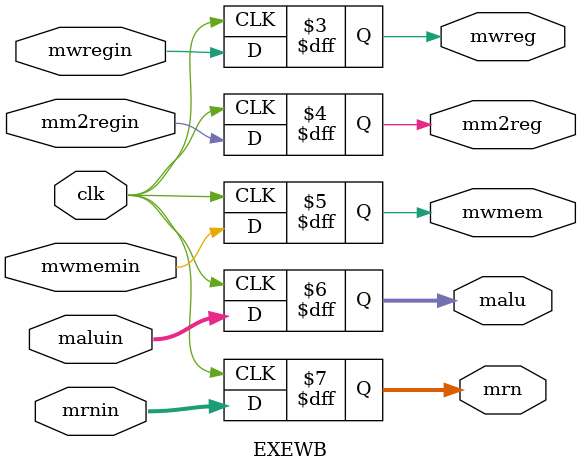
<source format=v>
module EXEWB(clk,mwregin,mwreg,mm2regin,mm2reg,
            mwmem,mwmemin,maluin,malu,mrnin,mrn);
    input clk;
    input mwregin;
    output reg mwreg;
    input mm2regin;
    output reg mm2reg;
    input mwmemin;
    output reg mwmem;
    input[31:0] maluin;
    output reg[31:0] malu;
    input[4:0] mrnin;
    output reg[4:0] mrn;

    initial
    begin
        mwreg  = 0;
        mm2reg = 0;
        mwmem  = 0;
        malu   = 0;
        mrn    = 0;
    end

    always @(posedge clk)
    begin
        mwreg  =mwregin;
        mm2reg =mm2regin;
        mwmem  =mwmemin;
        malu   =maluin;
        mrn    =mrnin;   
    end
endmodule
</source>
